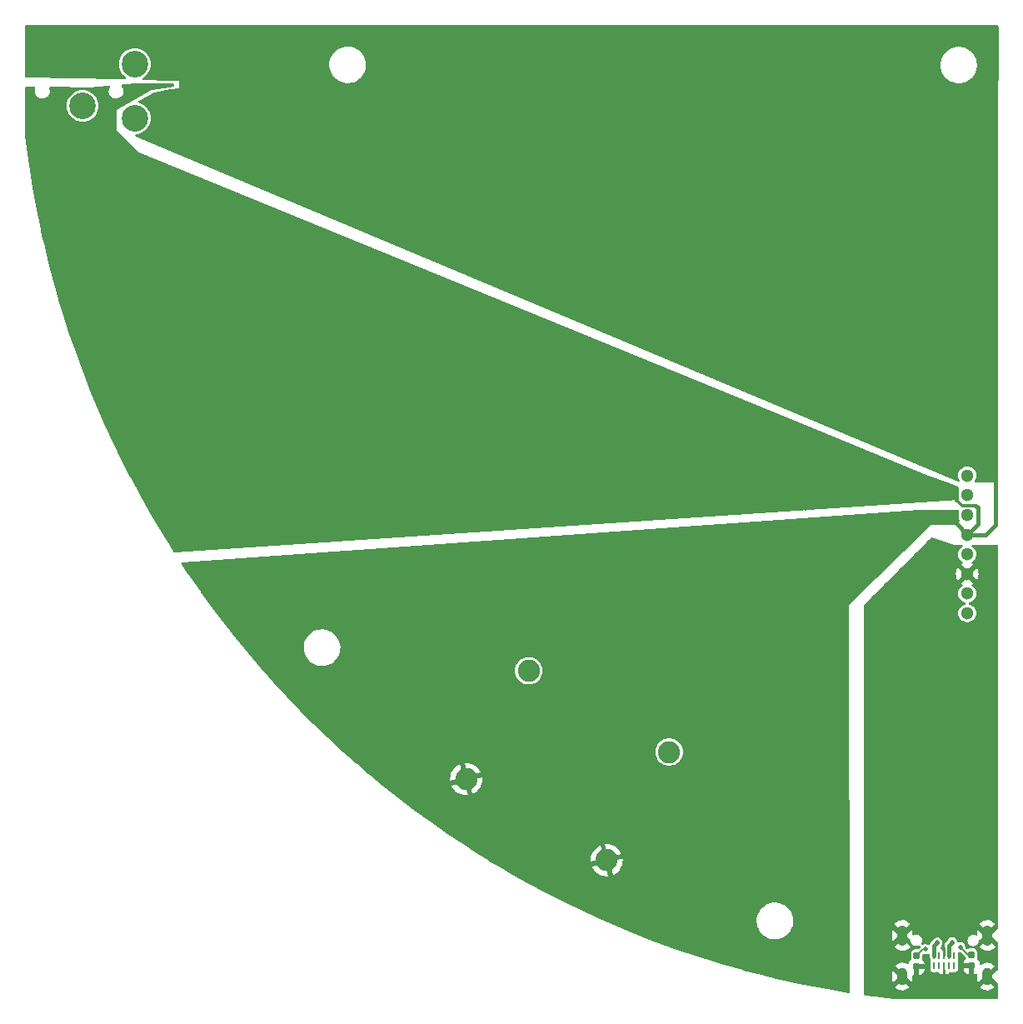
<source format=gbl>
G04 #@! TF.GenerationSoftware,KiCad,Pcbnew,7.0.1*
G04 #@! TF.CreationDate,2023-10-11T18:56:37-05:00*
G04 #@! TF.ProjectId,Audio_Board,41756469-6f5f-4426-9f61-72642e6b6963,1*
G04 #@! TF.SameCoordinates,Original*
G04 #@! TF.FileFunction,Copper,L6,Bot*
G04 #@! TF.FilePolarity,Positive*
%FSLAX46Y46*%
G04 Gerber Fmt 4.6, Leading zero omitted, Abs format (unit mm)*
G04 Created by KiCad (PCBNEW 7.0.1) date 2023-10-11 18:56:37*
%MOMM*%
%LPD*%
G01*
G04 APERTURE LIST*
G04 Aperture macros list*
%AMRoundRect*
0 Rectangle with rounded corners*
0 $1 Rounding radius*
0 $2 $3 $4 $5 $6 $7 $8 $9 X,Y pos of 4 corners*
0 Add a 4 corners polygon primitive as box body*
4,1,4,$2,$3,$4,$5,$6,$7,$8,$9,$2,$3,0*
0 Add four circle primitives for the rounded corners*
1,1,$1+$1,$2,$3*
1,1,$1+$1,$4,$5*
1,1,$1+$1,$6,$7*
1,1,$1+$1,$8,$9*
0 Add four rect primitives between the rounded corners*
20,1,$1+$1,$2,$3,$4,$5,0*
20,1,$1+$1,$4,$5,$6,$7,0*
20,1,$1+$1,$6,$7,$8,$9,0*
20,1,$1+$1,$8,$9,$2,$3,0*%
G04 Aperture macros list end*
G04 #@! TA.AperFunction,ComponentPad*
%ADD10O,1.000000X2.100000*%
G04 #@! TD*
G04 #@! TA.AperFunction,ComponentPad*
%ADD11O,1.000000X1.800000*%
G04 #@! TD*
G04 #@! TA.AperFunction,ComponentPad*
%ADD12C,1.300000*%
G04 #@! TD*
G04 #@! TA.AperFunction,ComponentPad*
%ADD13C,2.250000*%
G04 #@! TD*
G04 #@! TA.AperFunction,ComponentPad*
%ADD14C,2.704000*%
G04 #@! TD*
G04 #@! TA.AperFunction,SMDPad,CuDef*
%ADD15RoundRect,0.155000X0.155000X-0.212500X0.155000X0.212500X-0.155000X0.212500X-0.155000X-0.212500X0*%
G04 #@! TD*
G04 #@! TA.AperFunction,SMDPad,CuDef*
%ADD16R,0.250000X0.725000*%
G04 #@! TD*
G04 #@! TA.AperFunction,SMDPad,CuDef*
%ADD17R,0.250000X0.775000*%
G04 #@! TD*
G04 #@! TA.AperFunction,ViaPad*
%ADD18C,0.500000*%
G04 #@! TD*
G04 #@! TA.AperFunction,Conductor*
%ADD19C,0.400000*%
G04 #@! TD*
G04 #@! TA.AperFunction,Conductor*
%ADD20C,0.300000*%
G04 #@! TD*
G04 #@! TA.AperFunction,Conductor*
%ADD21C,0.250000*%
G04 #@! TD*
G04 #@! TA.AperFunction,Conductor*
%ADD22C,0.130000*%
G04 #@! TD*
G04 APERTURE END LIST*
D10*
X249698954Y-112806000D03*
D11*
X249698954Y-116986000D03*
D10*
X258338954Y-112806000D03*
D11*
X258338954Y-116986000D03*
D12*
X256290335Y-66075000D03*
X256290335Y-68075000D03*
X256290335Y-70075000D03*
X256290335Y-72075000D03*
X256290335Y-74075000D03*
X256290335Y-76075000D03*
X256290335Y-78075000D03*
X256290335Y-80075000D03*
D13*
X211717126Y-85918503D03*
X226006545Y-94168503D03*
X205367126Y-96917026D03*
X219656545Y-105167026D03*
D14*
X171688954Y-29759000D03*
X166388954Y-28509000D03*
X171688954Y-24259000D03*
D15*
X256747535Y-115882000D03*
X256747535Y-114747000D03*
X251159535Y-115983600D03*
X251159535Y-114848600D03*
D16*
X252944135Y-114874000D03*
X253444135Y-114874000D03*
X253944135Y-114874000D03*
X254444135Y-114874000D03*
X254944135Y-114874000D03*
D17*
X254944135Y-115874000D03*
X254444135Y-115874000D03*
X253944135Y-115874000D03*
X253444135Y-115874000D03*
X252944135Y-115874000D03*
D18*
X253267735Y-113527800D03*
X254768954Y-113502400D03*
X172673535Y-67249000D03*
X183849535Y-77917000D03*
X241253535Y-77663000D03*
X249635535Y-75631000D03*
X250041935Y-111089400D03*
X205388735Y-36210200D03*
X257560335Y-34483000D03*
X203153535Y-69027000D03*
X171403535Y-56073000D03*
X235411535Y-73345000D03*
X187913535Y-85029000D03*
X245723935Y-22341800D03*
X226775535Y-77155000D03*
X169879535Y-52771000D03*
X163935935Y-20716200D03*
X197311535Y-75631000D03*
X250143535Y-81727000D03*
X236935535Y-80203000D03*
X240745535Y-62423000D03*
X218139535Y-98999000D03*
X195076335Y-28590200D03*
X252683535Y-28285400D03*
X251159535Y-66487000D03*
X183087535Y-55311000D03*
X246079535Y-98491000D03*
X232363535Y-98491000D03*
X178820335Y-22443400D03*
X236884735Y-21833800D03*
X213313535Y-51755000D03*
X208741535Y-89093000D03*
X202848735Y-62626200D03*
X202086735Y-25085000D03*
X238865935Y-31485800D03*
X174959535Y-58867000D03*
X190453535Y-69281000D03*
X249127535Y-118811000D03*
X220882735Y-39918600D03*
X243793535Y-84521000D03*
X219663535Y-56936600D03*
X212805535Y-21427400D03*
X210163935Y-45557400D03*
X217225135Y-33568600D03*
X189437535Y-72532200D03*
X251819935Y-21783000D03*
X187151535Y-64709000D03*
X246079535Y-84013000D03*
X187151535Y-55057000D03*
X198022735Y-54549000D03*
X250143535Y-84013000D03*
X186999135Y-21376600D03*
X256747535Y-105095000D03*
X171403535Y-36261000D03*
X184611535Y-50993000D03*
X213567535Y-48453000D03*
X254207535Y-76901000D03*
X256747535Y-94427000D03*
X177804335Y-30114200D03*
X179277535Y-45913000D03*
X256747535Y-99761000D03*
X175010335Y-30012600D03*
X231296735Y-47691000D03*
X259033535Y-118811000D03*
X259033535Y-84267000D03*
X259033535Y-93157000D03*
X199597535Y-65471000D03*
X221492335Y-35702200D03*
X194314335Y-39207400D03*
X215091535Y-102555000D03*
X193958735Y-47487800D03*
X226572335Y-47589400D03*
X246079535Y-100269000D03*
X189894735Y-35651400D03*
X188673535Y-24715000D03*
X241913935Y-37581800D03*
X220831935Y-44541400D03*
X203915535Y-101539000D03*
X230331535Y-111445000D03*
X205744335Y-43423800D03*
X163021535Y-41087000D03*
X246841535Y-78425000D03*
X243793535Y-93919000D03*
X183646335Y-28590200D03*
X197921135Y-35600600D03*
X181563535Y-68773000D03*
X179277535Y-50485000D03*
X243793535Y-115255000D03*
X247705135Y-44998600D03*
X241151935Y-26202600D03*
X259033535Y-80711000D03*
X231601535Y-86045000D03*
X163529535Y-31689000D03*
X206303135Y-24678600D03*
X250143535Y-95443000D03*
X234395535Y-75885000D03*
X239983535Y-89347000D03*
X256747535Y-87315000D03*
X188523135Y-46573400D03*
X257458735Y-26863000D03*
X227029535Y-103063000D03*
X186084735Y-32603400D03*
X194415935Y-32705000D03*
X215599535Y-42611000D03*
X245622335Y-25796200D03*
X250143535Y-91379000D03*
X184662335Y-25237400D03*
X239221535Y-107889000D03*
X214177135Y-61254600D03*
X202391535Y-95697000D03*
X240542335Y-53329800D03*
X214532735Y-55768200D03*
X258322335Y-55107800D03*
X229569535Y-88585000D03*
X194009535Y-72227400D03*
X180801535Y-65471000D03*
X241151935Y-47030600D03*
X209554335Y-21325800D03*
X224997535Y-85283000D03*
X250143535Y-98999000D03*
X226521535Y-57343000D03*
X250143535Y-102809000D03*
X203407535Y-74869000D03*
X179023535Y-27421800D03*
X210163935Y-28793400D03*
X257458735Y-64353400D03*
X208690735Y-58511400D03*
X246079535Y-85791000D03*
X243793535Y-89093000D03*
X228299535Y-98237000D03*
X174959535Y-32298600D03*
X246079535Y-91379000D03*
X243793535Y-80711000D03*
X217885535Y-108905000D03*
X194263535Y-35397400D03*
X225505535Y-88585000D03*
X246790735Y-70449400D03*
X216361535Y-53025000D03*
X196295535Y-44643000D03*
X239881935Y-69382600D03*
X244555535Y-65877400D03*
X173689535Y-46929000D03*
X218799935Y-21173400D03*
X242929935Y-30469800D03*
X234395535Y-103825000D03*
X259033535Y-91379000D03*
X242777535Y-59883000D03*
X205185535Y-93919000D03*
X246079535Y-96713000D03*
X255223535Y-118811000D03*
X247095535Y-64963000D03*
X163783535Y-45659000D03*
X211484735Y-32857400D03*
X243793535Y-110175000D03*
X198327535Y-32806600D03*
X254461535Y-60695800D03*
X246079535Y-94935000D03*
X243793535Y-99253000D03*
X185627535Y-69281000D03*
X250143535Y-89093000D03*
X178617135Y-33314600D03*
X203661535Y-47691000D03*
X227385135Y-39309000D03*
X200207135Y-28793400D03*
X256747535Y-89093000D03*
X235919535Y-94173000D03*
X259033535Y-109159000D03*
X245063535Y-74361000D03*
X210265535Y-91633000D03*
X253801135Y-114137400D03*
X253902735Y-49316600D03*
X165307535Y-48961000D03*
X211789535Y-89093000D03*
X233633535Y-109159000D03*
X209503535Y-78425000D03*
X259033535Y-77155000D03*
X176737535Y-62931000D03*
X192739535Y-77917000D03*
X202848735Y-57495400D03*
X249838735Y-23611800D03*
X231855535Y-115001000D03*
X236427535Y-88839000D03*
X210671935Y-40579000D03*
X243793535Y-104333000D03*
X208233535Y-85283000D03*
X252429535Y-72837000D03*
X251921535Y-78171000D03*
X204220335Y-51043800D03*
X259033535Y-75377000D03*
X233227135Y-69789000D03*
X226267535Y-74107000D03*
X195279535Y-61915000D03*
X237799135Y-38242200D03*
X194314335Y-51043800D03*
X198327535Y-92649000D03*
X192739535Y-58867000D03*
X259033535Y-94935000D03*
X231804735Y-65674200D03*
X177347135Y-26913800D03*
X246079535Y-109159000D03*
X199597535Y-46421000D03*
X244047535Y-63947000D03*
X175467535Y-40325000D03*
X231550735Y-52263000D03*
X230839535Y-105349000D03*
X216107535Y-89855000D03*
X246333535Y-112207000D03*
X234293935Y-32705000D03*
X251413535Y-117541000D03*
X250143535Y-100777000D03*
X239475535Y-101793000D03*
X198632335Y-49316600D03*
X168609535Y-57851000D03*
X196041535Y-94681000D03*
X211027535Y-50485000D03*
X203915535Y-91633000D03*
X161192735Y-21376600D03*
X257458735Y-42204600D03*
X246079535Y-105603000D03*
X165155135Y-24018200D03*
X257103135Y-110987800D03*
X193673535Y-82235000D03*
X256747535Y-85537000D03*
X229975935Y-30469800D03*
X256747535Y-118811000D03*
X256747535Y-83759000D03*
X251159535Y-74107000D03*
X225302335Y-58816200D03*
X226927935Y-32146200D03*
X223930735Y-63185000D03*
X246079535Y-103825000D03*
X252632735Y-43830200D03*
X246993935Y-49519800D03*
X215091535Y-75123000D03*
X246079535Y-87823000D03*
X202696335Y-71567000D03*
X176229535Y-42611000D03*
X222203535Y-107127000D03*
X188675535Y-28590200D03*
X248213135Y-36362600D03*
X256747535Y-92649000D03*
X223219535Y-55565000D03*
X168609535Y-27371000D03*
X228807535Y-63032600D03*
X195279535Y-69027000D03*
X256747535Y-117033000D03*
X226775535Y-107889000D03*
X176178735Y-73040200D03*
X221187535Y-76901000D03*
X217631535Y-95697000D03*
X222711535Y-100269000D03*
X205033135Y-28387000D03*
X226877135Y-43373000D03*
X200613535Y-69281000D03*
X162767535Y-28895000D03*
X250143535Y-105095000D03*
X233379535Y-81981000D03*
X211027535Y-101539000D03*
X224235535Y-111953000D03*
X197311535Y-85029000D03*
X170285935Y-21224200D03*
X175162735Y-23459400D03*
X167491935Y-21630600D03*
X167339535Y-36769000D03*
X236935535Y-116271000D03*
X225911935Y-65826600D03*
X201121535Y-42306200D03*
X216463135Y-28488600D03*
X247349535Y-118557000D03*
X225657935Y-70265000D03*
X247400335Y-29301400D03*
X250143535Y-93411000D03*
X179785535Y-77155000D03*
X219917535Y-85283000D03*
X175213535Y-55311000D03*
X239475535Y-112969000D03*
X259033535Y-89601000D03*
X213821535Y-82743000D03*
X219917535Y-110429000D03*
X246587535Y-61661000D03*
X216412335Y-36718200D03*
X197006735Y-24475400D03*
X211535535Y-82743000D03*
X168101535Y-24831000D03*
X219155535Y-50485000D03*
X171149535Y-42611000D03*
X246079535Y-107381000D03*
X258271535Y-115001000D03*
X205490335Y-40172600D03*
X213313535Y-77663000D03*
X167593535Y-41087000D03*
X250143535Y-86299000D03*
X240643935Y-66080600D03*
X203864735Y-21224200D03*
X250143535Y-97475000D03*
X259033535Y-96713000D03*
X246231935Y-59171800D03*
X210773535Y-98491000D03*
X259033535Y-102047000D03*
X184001935Y-72481400D03*
X246079535Y-80457000D03*
X179277535Y-37023000D03*
X240237535Y-95189000D03*
X242015535Y-72329000D03*
X259033535Y-73599000D03*
X201883535Y-88839000D03*
X221492335Y-48300600D03*
X218901535Y-73345000D03*
X240745535Y-84775000D03*
X220425535Y-54549000D03*
X256747535Y-90871000D03*
X201019935Y-39004200D03*
X222965535Y-87315000D03*
X201223135Y-35651400D03*
X253445535Y-118811000D03*
X246079535Y-102047000D03*
X219155535Y-80203000D03*
X214024735Y-65420200D03*
X192485535Y-88331000D03*
X185271935Y-35651400D03*
X237595935Y-63947000D03*
X167085535Y-53533000D03*
X190402735Y-32755800D03*
X210773535Y-105603000D03*
X211789535Y-24831000D03*
X203153535Y-83251000D03*
X233074735Y-61610200D03*
X187913535Y-79949000D03*
X251819935Y-56123800D03*
X217479135Y-25491400D03*
X201934335Y-32806600D03*
X236071935Y-65877400D03*
X259033535Y-105603000D03*
X211332335Y-36413400D03*
X230585535Y-58613000D03*
X259033535Y-86045000D03*
X222203535Y-94427000D03*
X170387535Y-62169000D03*
X167847535Y-45405000D03*
X175975535Y-68773000D03*
X236021135Y-26863000D03*
X203661535Y-78933000D03*
X202137535Y-98745000D03*
X218901535Y-64455000D03*
X259033535Y-103825000D03*
X219663535Y-92141000D03*
X259033535Y-87823000D03*
X259033535Y-82489000D03*
X210011535Y-74615000D03*
X256747535Y-101539000D03*
X251413535Y-118811000D03*
X232211135Y-37175400D03*
X222813135Y-26202600D03*
X259033535Y-100269000D03*
X235767135Y-49113400D03*
X198835535Y-20970200D03*
X168609535Y-49469000D03*
X259033535Y-107381000D03*
X259033535Y-110937000D03*
X215599535Y-107381000D03*
X228299535Y-54041000D03*
X206709535Y-87315000D03*
X181055535Y-58867000D03*
X182985935Y-21122600D03*
X228045535Y-112715000D03*
X161548335Y-24780200D03*
X230077535Y-91633000D03*
X162005535Y-35499000D03*
X232363535Y-23002200D03*
X194517535Y-65471000D03*
X224489535Y-81473000D03*
X187659535Y-61407000D03*
X207217535Y-100269000D03*
X217885535Y-83505000D03*
X209655935Y-53126600D03*
X190199535Y-38242200D03*
X207725535Y-92649000D03*
X256747535Y-96205000D03*
X206252335Y-32806600D03*
X242218735Y-57089000D03*
X248111535Y-77155000D03*
X249889535Y-63439000D03*
X208690735Y-62677000D03*
X193704735Y-20817800D03*
X189691535Y-42611000D03*
X246079535Y-93157000D03*
X256747535Y-48554600D03*
X197057535Y-79949000D03*
X236427535Y-60899000D03*
X259033535Y-78933000D03*
X238459535Y-58105000D03*
X256747535Y-97983000D03*
X219053935Y-61051400D03*
X252175535Y-36210200D03*
X259033535Y-98491000D03*
X228299535Y-26659800D03*
X216107535Y-46522600D03*
X256747535Y-103317000D03*
X168101535Y-33213000D03*
X175975535Y-20970200D03*
X213059535Y-96205000D03*
X250397535Y-79949000D03*
X173943535Y-50739000D03*
X236529135Y-53787000D03*
X197971935Y-40375800D03*
X184103535Y-39817000D03*
X206963535Y-49215000D03*
X219511135Y-70703400D03*
X246079535Y-89601000D03*
X179785535Y-71109800D03*
X250143535Y-107127000D03*
X223473535Y-52263000D03*
X257923535Y-22465000D03*
X236173535Y-98491000D03*
X246587535Y-115001000D03*
X234141535Y-56581000D03*
X226318335Y-22545000D03*
X210316335Y-71363800D03*
X246079535Y-82235000D03*
X252048535Y-114213600D03*
X255579135Y-113985000D03*
D19*
X253267735Y-113527800D02*
X252944135Y-113851400D01*
X252944135Y-113851400D02*
X252944135Y-114874000D01*
X254768954Y-113502400D02*
X254444135Y-113827219D01*
X254444135Y-113827219D02*
X254444135Y-114874000D01*
X256290335Y-72075000D02*
X257357135Y-71008200D01*
X256290335Y-72075000D02*
X255172735Y-70957400D01*
D20*
X257160335Y-69135000D02*
X255788735Y-69135000D01*
X255788735Y-69135000D02*
X255223535Y-68569800D01*
D19*
X258169935Y-72075000D02*
X259185935Y-71059000D01*
D21*
X253944135Y-114874000D02*
X253944135Y-114280400D01*
D19*
X257357135Y-71008200D02*
X257357135Y-69331800D01*
X257357135Y-69331800D02*
X257160335Y-69135000D01*
X255172735Y-70957400D02*
X255172735Y-69789000D01*
X256290335Y-72075000D02*
X258169935Y-72075000D01*
D21*
X253944135Y-114280400D02*
X253801135Y-114137400D01*
D19*
X255223535Y-68569800D02*
X255223535Y-67401400D01*
X259185935Y-71059000D02*
X259185935Y-66283800D01*
D22*
X251794535Y-114213600D02*
X251159535Y-114848600D01*
X252048535Y-114213600D02*
X251794535Y-114213600D01*
X256341135Y-114747000D02*
X256747535Y-114747000D01*
X255579135Y-113985000D02*
X256341135Y-114747000D01*
G04 #@! TA.AperFunction,Conductor*
G36*
X174808244Y-26240352D02*
G01*
X175599306Y-26251654D01*
X175660555Y-26268849D01*
X175705216Y-26314153D01*
X175721535Y-26375641D01*
X175721535Y-26445981D01*
X175706922Y-26504380D01*
X175666528Y-26549015D01*
X175609874Y-26569366D01*
X175213530Y-26609000D01*
X173435534Y-26863000D01*
X169879535Y-28894999D01*
X169879535Y-30927000D01*
X172165534Y-33213000D01*
X240067997Y-61020675D01*
X252175535Y-65979000D01*
X254477804Y-66864488D01*
X255398048Y-67218428D01*
X255439712Y-67245002D01*
X255467688Y-67285737D01*
X255477535Y-67334163D01*
X255477535Y-67628585D01*
X255460922Y-67690585D01*
X255453969Y-67702626D01*
X255394826Y-67884652D01*
X255394825Y-67884654D01*
X255394826Y-67884654D01*
X255374820Y-68075000D01*
X255394826Y-68265346D01*
X255394827Y-68265349D01*
X255444197Y-68417298D01*
X255449045Y-68472971D01*
X255428955Y-68525120D01*
X255388008Y-68563151D01*
X255334519Y-68579340D01*
X175744244Y-73888665D01*
X175680178Y-73875669D01*
X175631623Y-73831897D01*
X175228983Y-73204293D01*
X175150370Y-73081757D01*
X175149087Y-73079713D01*
X174834106Y-72566926D01*
X174126482Y-71414917D01*
X174125281Y-71412918D01*
X173135484Y-69728455D01*
X173134289Y-69726376D01*
X172177634Y-68022813D01*
X172176531Y-68020802D01*
X171253411Y-66298837D01*
X171252285Y-66296686D01*
X171138688Y-66074443D01*
X170363052Y-64556975D01*
X170362035Y-64554935D01*
X169507036Y-62798152D01*
X169506002Y-62795972D01*
X168685606Y-61022888D01*
X168684608Y-61020675D01*
X167899081Y-59231870D01*
X167898126Y-59229638D01*
X167147736Y-57425708D01*
X167146826Y-57423457D01*
X166431926Y-55605263D01*
X166431060Y-55602995D01*
X166170176Y-54899341D01*
X165751872Y-53771095D01*
X165751104Y-53768960D01*
X165107893Y-51924063D01*
X165107119Y-51921771D01*
X164865642Y-51182926D01*
X164500146Y-50064624D01*
X164499456Y-50062437D01*
X163928955Y-48193756D01*
X163928308Y-48191560D01*
X163394525Y-46312148D01*
X163393884Y-46309806D01*
X163316307Y-46014808D01*
X162896976Y-44420221D01*
X162896417Y-44418005D01*
X162436604Y-42519083D01*
X162436060Y-42516734D01*
X162254052Y-41695075D01*
X162013535Y-40609281D01*
X162013037Y-40606921D01*
X161627930Y-38691524D01*
X161627475Y-38689140D01*
X161280593Y-36770188D01*
X161279893Y-36765884D01*
X160546101Y-31676746D01*
X160544833Y-31659199D01*
X160541513Y-28508999D01*
X164771468Y-28508999D01*
X164791382Y-28762032D01*
X164850632Y-29008831D01*
X164911883Y-29156702D01*
X164947763Y-29243323D01*
X165080380Y-29459734D01*
X165245219Y-29652735D01*
X165438220Y-29817574D01*
X165654631Y-29950191D01*
X165803926Y-30012031D01*
X165889122Y-30047321D01*
X165967091Y-30066039D01*
X166135923Y-30106572D01*
X166388954Y-30126486D01*
X166641985Y-30106572D01*
X166888785Y-30047321D01*
X167123277Y-29950191D01*
X167339688Y-29817574D01*
X167532689Y-29652735D01*
X167697528Y-29459734D01*
X167830145Y-29243323D01*
X167927275Y-29008831D01*
X167986526Y-28762031D01*
X168006440Y-28509000D01*
X167986526Y-28255969D01*
X167927275Y-28009169D01*
X167830145Y-27774677D01*
X167697528Y-27558266D01*
X167532689Y-27365265D01*
X167339688Y-27200426D01*
X167123277Y-27067809D01*
X167036656Y-27031929D01*
X166888785Y-26970678D01*
X166641986Y-26911428D01*
X166388954Y-26891514D01*
X166135921Y-26911428D01*
X165889122Y-26970678D01*
X165654629Y-27067810D01*
X165438221Y-27200425D01*
X165245219Y-27365265D01*
X165080379Y-27558267D01*
X164947764Y-27774675D01*
X164850632Y-28009168D01*
X164791382Y-28255967D01*
X164771468Y-28508999D01*
X160541513Y-28508999D01*
X160539595Y-26688997D01*
X160556306Y-26626700D01*
X160602050Y-26581222D01*
X160664443Y-26564873D01*
X161466974Y-26570388D01*
X161522340Y-26583863D01*
X161565836Y-26620679D01*
X161588272Y-26673062D01*
X161584910Y-26729948D01*
X161540859Y-26877091D01*
X161530602Y-27053168D01*
X161546074Y-27140907D01*
X161561231Y-27226866D01*
X161620930Y-27365265D01*
X161631090Y-27388818D01*
X161736415Y-27530294D01*
X161871524Y-27643665D01*
X161871525Y-27643665D01*
X161871527Y-27643667D01*
X162029143Y-27722824D01*
X162029144Y-27722824D01*
X162029146Y-27722825D01*
X162200764Y-27763500D01*
X162200766Y-27763500D01*
X162332892Y-27763500D01*
X162332895Y-27763500D01*
X162464138Y-27748160D01*
X162629878Y-27687836D01*
X162777239Y-27590915D01*
X162898276Y-27462623D01*
X162986464Y-27309876D01*
X163037049Y-27140909D01*
X163047305Y-26964831D01*
X163016677Y-26791134D01*
X163001015Y-26754826D01*
X162991366Y-26694696D01*
X163011509Y-26637220D01*
X163056588Y-26596268D01*
X163115721Y-26581719D01*
X167085535Y-26609000D01*
X169013279Y-26454780D01*
X169078628Y-26467480D01*
X169127992Y-26512149D01*
X169147140Y-26575910D01*
X169130553Y-26640384D01*
X169091444Y-26708123D01*
X169040859Y-26877092D01*
X169030602Y-27053168D01*
X169046074Y-27140907D01*
X169061231Y-27226866D01*
X169120930Y-27365265D01*
X169131090Y-27388818D01*
X169236415Y-27530294D01*
X169371524Y-27643665D01*
X169371525Y-27643665D01*
X169371527Y-27643667D01*
X169529143Y-27722824D01*
X169529144Y-27722824D01*
X169529146Y-27722825D01*
X169700764Y-27763500D01*
X169700766Y-27763500D01*
X169832892Y-27763500D01*
X169832895Y-27763500D01*
X169964138Y-27748160D01*
X170129878Y-27687836D01*
X170277239Y-27590915D01*
X170398276Y-27462623D01*
X170486464Y-27309876D01*
X170537049Y-27140909D01*
X170547305Y-26964831D01*
X170516677Y-26791134D01*
X170446818Y-26629182D01*
X170377539Y-26536124D01*
X170353715Y-26475348D01*
X170364060Y-26410893D01*
X170405707Y-26360624D01*
X170467112Y-26338473D01*
X172159727Y-26203064D01*
X172171365Y-26202683D01*
X174808244Y-26240352D01*
G37*
G04 #@! TD.AperFunction*
G04 #@! TA.AperFunction,Conductor*
G36*
X259405321Y-20317120D02*
G01*
X259450710Y-20362524D01*
X259467308Y-20424540D01*
X259463492Y-31602491D01*
X259451521Y-66656725D01*
X259434680Y-66719076D01*
X259388769Y-66764501D01*
X259326243Y-66780676D01*
X257160648Y-66758351D01*
X257099097Y-66741262D01*
X257054220Y-66695803D01*
X257037926Y-66634038D01*
X257054538Y-66572360D01*
X257126700Y-66447373D01*
X257185844Y-66265346D01*
X257205850Y-66075000D01*
X257185844Y-65884654D01*
X257126700Y-65702627D01*
X257126700Y-65702626D01*
X257031004Y-65536876D01*
X257011361Y-65515061D01*
X256902934Y-65394640D01*
X256843459Y-65351429D01*
X256748094Y-65282141D01*
X256632140Y-65230515D01*
X256573245Y-65204293D01*
X256573244Y-65204292D01*
X256573240Y-65204291D01*
X256386034Y-65164500D01*
X256386032Y-65164500D01*
X256194638Y-65164500D01*
X256194636Y-65164500D01*
X256007425Y-65204292D01*
X255832577Y-65282140D01*
X255677736Y-65394638D01*
X255549667Y-65536873D01*
X255453969Y-65702626D01*
X255394826Y-65884652D01*
X255374820Y-66074999D01*
X255394826Y-66265347D01*
X255453969Y-66447373D01*
X255486089Y-66503006D01*
X255502663Y-66561881D01*
X255489077Y-66621516D01*
X255448637Y-66667403D01*
X255391182Y-66688376D01*
X255330691Y-66679334D01*
X171802382Y-31602491D01*
X171750942Y-31562227D01*
X171727103Y-31501409D01*
X171737479Y-31436914D01*
X171779192Y-31386643D01*
X171840661Y-31364546D01*
X171941985Y-31356572D01*
X172188785Y-31297321D01*
X172423277Y-31200191D01*
X172639688Y-31067574D01*
X172832689Y-30902735D01*
X172997528Y-30709734D01*
X173130145Y-30493323D01*
X173227275Y-30258831D01*
X173286526Y-30012031D01*
X173306440Y-29759000D01*
X173286526Y-29505969D01*
X173227275Y-29259169D01*
X173220711Y-29243323D01*
X173201903Y-29197917D01*
X173130145Y-29024677D01*
X172997528Y-28808266D01*
X172832689Y-28615265D01*
X172639688Y-28450426D01*
X172423277Y-28317809D01*
X172336656Y-28281929D01*
X172188785Y-28220678D01*
X172124866Y-28205333D01*
X172072233Y-28178144D01*
X172038221Y-28129641D01*
X172030591Y-28070895D01*
X172051084Y-28015313D01*
X172095021Y-27975584D01*
X173672880Y-27125967D01*
X173708099Y-27113406D01*
X175255893Y-26813833D01*
X175272920Y-26811748D01*
X176229535Y-26761400D01*
X176229535Y-25948600D01*
X175266145Y-25948600D01*
X175262499Y-25948546D01*
X172582560Y-25869723D01*
X172522253Y-25852012D01*
X172478377Y-25807005D01*
X172462207Y-25746266D01*
X172477898Y-25685401D01*
X172521413Y-25640053D01*
X172639688Y-25567574D01*
X172832689Y-25402735D01*
X172997528Y-25209734D01*
X173130145Y-24993323D01*
X173227275Y-24758831D01*
X173286526Y-24512031D01*
X173295035Y-24403910D01*
X191465314Y-24403910D01*
X191495004Y-24673745D01*
X191499972Y-24692747D01*
X191563667Y-24936384D01*
X191587864Y-24993323D01*
X191669838Y-25186224D01*
X191801971Y-25402734D01*
X191811254Y-25417944D01*
X191984903Y-25626604D01*
X192187081Y-25807757D01*
X192413482Y-25957542D01*
X192454015Y-25976543D01*
X192659273Y-26072765D01*
X192659275Y-26072765D01*
X192659278Y-26072767D01*
X192919232Y-26150975D01*
X193187803Y-26190500D01*
X193391316Y-26190500D01*
X193391319Y-26190500D01*
X193594276Y-26175645D01*
X193705027Y-26150974D01*
X193859244Y-26116621D01*
X194112796Y-26019646D01*
X194349526Y-25886786D01*
X194564388Y-25720875D01*
X194590547Y-25693743D01*
X194695764Y-25584610D01*
X194752804Y-25525447D01*
X194910758Y-25304668D01*
X195034883Y-25063244D01*
X195122533Y-24806320D01*
X195147021Y-24673747D01*
X195171841Y-24539371D01*
X195176097Y-24422910D01*
X253575314Y-24422910D01*
X253605004Y-24692745D01*
X253634695Y-24806315D01*
X253673667Y-24955384D01*
X253689790Y-24993324D01*
X253779838Y-25205224D01*
X253909658Y-25417944D01*
X253921254Y-25436944D01*
X254094903Y-25645604D01*
X254297081Y-25826757D01*
X254523482Y-25976542D01*
X254615431Y-26019646D01*
X254769273Y-26091765D01*
X254769275Y-26091765D01*
X254769278Y-26091767D01*
X255029232Y-26169975D01*
X255297803Y-26209500D01*
X255501316Y-26209500D01*
X255501319Y-26209500D01*
X255704276Y-26194645D01*
X255815027Y-26169974D01*
X255969244Y-26135621D01*
X256222796Y-26038646D01*
X256459526Y-25905786D01*
X256674388Y-25739875D01*
X256862804Y-25544447D01*
X257020758Y-25323668D01*
X257030530Y-25304663D01*
X257144880Y-25082249D01*
X257144883Y-25082244D01*
X257232533Y-24825320D01*
X257236043Y-24806320D01*
X257281841Y-24558371D01*
X257291755Y-24287089D01*
X257262065Y-24017254D01*
X257257098Y-23998254D01*
X257193403Y-23754616D01*
X257087232Y-23504776D01*
X256945816Y-23273056D01*
X256772167Y-23064396D01*
X256569989Y-22883243D01*
X256343588Y-22733458D01*
X256303058Y-22714458D01*
X256097796Y-22618234D01*
X255992932Y-22586685D01*
X255837838Y-22540025D01*
X255569267Y-22500500D01*
X255365754Y-22500500D01*
X255365751Y-22500500D01*
X255162793Y-22515354D01*
X254897827Y-22574378D01*
X254644275Y-22671353D01*
X254407544Y-22804214D01*
X254192680Y-22970125D01*
X254004268Y-23165549D01*
X253846308Y-23386336D01*
X253722189Y-23627750D01*
X253634535Y-23884684D01*
X253585228Y-24151628D01*
X253575314Y-24422910D01*
X195176097Y-24422910D01*
X195181755Y-24268089D01*
X195154156Y-24017254D01*
X195152065Y-23998253D01*
X195083403Y-23735616D01*
X194977232Y-23485776D01*
X194835816Y-23254056D01*
X194662167Y-23045396D01*
X194459989Y-22864243D01*
X194233588Y-22714458D01*
X194233584Y-22714456D01*
X193987796Y-22599234D01*
X193882932Y-22567685D01*
X193727838Y-22521025D01*
X193459267Y-22481500D01*
X193255754Y-22481500D01*
X193255751Y-22481500D01*
X193052793Y-22496354D01*
X192787827Y-22555378D01*
X192534275Y-22652353D01*
X192297544Y-22785214D01*
X192082680Y-22951125D01*
X191894268Y-23146549D01*
X191736308Y-23367336D01*
X191612189Y-23608750D01*
X191524535Y-23865684D01*
X191475228Y-24132628D01*
X191465314Y-24403910D01*
X173295035Y-24403910D01*
X173306440Y-24259000D01*
X173286526Y-24005969D01*
X173227275Y-23759169D01*
X173130145Y-23524677D01*
X172997528Y-23308266D01*
X172832689Y-23115265D01*
X172639688Y-22950426D01*
X172423277Y-22817809D01*
X172336656Y-22781929D01*
X172188785Y-22720678D01*
X171941986Y-22661428D01*
X171688954Y-22641514D01*
X171435921Y-22661428D01*
X171189122Y-22720678D01*
X170954629Y-22817810D01*
X170738221Y-22950425D01*
X170545219Y-23115265D01*
X170380379Y-23308267D01*
X170247764Y-23524675D01*
X170150632Y-23759168D01*
X170091382Y-24005967D01*
X170071468Y-24258999D01*
X170091382Y-24512032D01*
X170150632Y-24758831D01*
X170211883Y-24906702D01*
X170247763Y-24993323D01*
X170380380Y-25209734D01*
X170545219Y-25402735D01*
X170738220Y-25567574D01*
X170761581Y-25581890D01*
X170766020Y-25584610D01*
X170810241Y-25631240D01*
X170825183Y-25693743D01*
X170806832Y-25755331D01*
X170760117Y-25799463D01*
X170697585Y-25814283D01*
X170082741Y-25796199D01*
X160660535Y-25656265D01*
X160599353Y-25639069D01*
X160554726Y-25593822D01*
X160538376Y-25532413D01*
X160532993Y-20424631D01*
X160549563Y-20362575D01*
X160594956Y-20317135D01*
X160656994Y-20300500D01*
X259343309Y-20300500D01*
X259405321Y-20317120D01*
G37*
G04 #@! TD.AperFunction*
G04 #@! TA.AperFunction,Conductor*
G36*
X255394059Y-69548515D02*
G01*
X255438082Y-69586115D01*
X255460237Y-69639602D01*
X255455695Y-69697318D01*
X255394826Y-69884652D01*
X255374820Y-70075000D01*
X255394826Y-70265347D01*
X255453968Y-70447370D01*
X255453970Y-70447373D01*
X255477798Y-70488644D01*
X255494342Y-70554775D01*
X255481531Y-70939131D01*
X255463584Y-70999370D01*
X255418404Y-71043069D01*
X255357600Y-71059000D01*
X252683535Y-71059000D01*
X244301534Y-79186999D01*
X244371506Y-118525044D01*
X244360167Y-118577068D01*
X244328055Y-118619541D01*
X244281091Y-118644630D01*
X244227935Y-118647711D01*
X243034838Y-118457016D01*
X243032445Y-118456609D01*
X241109670Y-118110556D01*
X241107285Y-118110103D01*
X239191596Y-117726462D01*
X239189220Y-117725962D01*
X237281387Y-117304884D01*
X237279022Y-117304337D01*
X235379908Y-116846015D01*
X235377553Y-116845423D01*
X233487644Y-116349974D01*
X233485302Y-116349335D01*
X231605548Y-115817008D01*
X231603219Y-115816324D01*
X229734201Y-115247284D01*
X229731885Y-115246554D01*
X227874369Y-114641032D01*
X227872069Y-114640257D01*
X226026776Y-113998491D01*
X226024491Y-113997671D01*
X224192148Y-113319912D01*
X224189879Y-113319048D01*
X222371078Y-112605515D01*
X222368827Y-112604606D01*
X220564386Y-111855621D01*
X220562153Y-111854668D01*
X219510728Y-111393910D01*
X234895314Y-111393910D01*
X234925004Y-111663745D01*
X234925005Y-111663747D01*
X234993667Y-111926384D01*
X235099838Y-112176224D01*
X235241254Y-112407944D01*
X235414903Y-112616604D01*
X235617081Y-112797757D01*
X235843482Y-112947542D01*
X235938106Y-112991900D01*
X236089273Y-113062765D01*
X236089275Y-113062765D01*
X236089278Y-113062767D01*
X236349232Y-113140975D01*
X236617803Y-113180500D01*
X236821316Y-113180500D01*
X236821319Y-113180500D01*
X237024276Y-113165645D01*
X237148279Y-113138022D01*
X237289244Y-113106621D01*
X237542796Y-113009646D01*
X237779526Y-112876786D01*
X237994388Y-112710875D01*
X238182804Y-112515447D01*
X238340758Y-112294668D01*
X238464883Y-112053244D01*
X238552533Y-111796320D01*
X238577021Y-111663747D01*
X238601841Y-111529371D01*
X238611755Y-111258089D01*
X238582065Y-110988254D01*
X238582065Y-110988253D01*
X238513403Y-110725616D01*
X238407232Y-110475776D01*
X238265816Y-110244056D01*
X238092167Y-110035396D01*
X237889989Y-109854243D01*
X237663588Y-109704458D01*
X237663584Y-109704456D01*
X237417796Y-109589234D01*
X237312932Y-109557685D01*
X237157838Y-109511025D01*
X236889267Y-109471500D01*
X236685754Y-109471500D01*
X236685751Y-109471500D01*
X236482793Y-109486354D01*
X236217827Y-109545378D01*
X235964275Y-109642353D01*
X235727544Y-109775214D01*
X235512680Y-109941125D01*
X235324268Y-110136549D01*
X235166308Y-110357336D01*
X235042189Y-110598750D01*
X234954535Y-110855684D01*
X234905228Y-111122628D01*
X234895314Y-111393910D01*
X219510728Y-111393910D01*
X218772747Y-111070510D01*
X218770533Y-111069514D01*
X216996802Y-110250465D01*
X216994608Y-110249426D01*
X215545171Y-109545378D01*
X215237225Y-109395796D01*
X215235104Y-109394741D01*
X213494712Y-108506838D01*
X213492561Y-108505713D01*
X211770031Y-107583987D01*
X211767901Y-107582821D01*
X210063644Y-106627490D01*
X210061538Y-106626282D01*
X208694136Y-105824198D01*
X218169867Y-105824198D01*
X218204183Y-105907043D01*
X218337826Y-106125129D01*
X218503943Y-106319627D01*
X218698441Y-106485744D01*
X218916527Y-106619387D01*
X219152839Y-106717272D01*
X219401551Y-106776982D01*
X219656544Y-106797050D01*
X219830813Y-106783334D01*
X219479767Y-105473212D01*
X218169867Y-105824198D01*
X208694136Y-105824198D01*
X208376363Y-105637800D01*
X208374307Y-105636568D01*
X207896867Y-105343802D01*
X219962731Y-105343802D01*
X220313716Y-106653702D01*
X220396563Y-106619387D01*
X220614648Y-106485744D01*
X220809146Y-106319627D01*
X220975263Y-106125129D01*
X221108906Y-105907043D01*
X221206791Y-105670731D01*
X221266501Y-105422019D01*
X221286569Y-105167026D01*
X221272853Y-104992756D01*
X219962731Y-105343802D01*
X207896867Y-105343802D01*
X207608581Y-105167025D01*
X218026520Y-105167025D01*
X218040235Y-105341294D01*
X219350357Y-104990248D01*
X218999371Y-103680348D01*
X218916525Y-103714665D01*
X218698441Y-103848307D01*
X218503943Y-104014424D01*
X218337826Y-104208922D01*
X218204183Y-104427008D01*
X218106298Y-104663320D01*
X218046588Y-104912032D01*
X218026520Y-105167025D01*
X207608581Y-105167025D01*
X206708751Y-104615249D01*
X206706696Y-104613960D01*
X205061500Y-103560258D01*
X205059469Y-103558929D01*
X205047182Y-103550716D01*
X219482275Y-103550716D01*
X219833321Y-104860838D01*
X221143221Y-104509853D01*
X221108905Y-104427005D01*
X220975263Y-104208922D01*
X220809146Y-104014424D01*
X220614648Y-103848307D01*
X220396562Y-103714664D01*
X220160250Y-103616779D01*
X219911538Y-103557069D01*
X219656545Y-103537001D01*
X219482275Y-103550716D01*
X205047182Y-103550716D01*
X203435204Y-102473211D01*
X203433199Y-102471842D01*
X201830513Y-101354543D01*
X201828535Y-101353135D01*
X200248040Y-100204678D01*
X200246090Y-100203232D01*
X198688357Y-99024035D01*
X198686436Y-99022551D01*
X197152059Y-97813061D01*
X197150226Y-97811586D01*
X196860908Y-97574198D01*
X203880448Y-97574198D01*
X203914764Y-97657043D01*
X204048407Y-97875129D01*
X204214524Y-98069627D01*
X204409022Y-98235744D01*
X204627108Y-98369387D01*
X204863420Y-98467272D01*
X205112132Y-98526982D01*
X205367125Y-98547050D01*
X205541394Y-98533334D01*
X205190348Y-97223212D01*
X203880448Y-97574198D01*
X196860908Y-97574198D01*
X196275422Y-97093802D01*
X205673312Y-97093802D01*
X206024297Y-98403702D01*
X206107144Y-98369387D01*
X206325229Y-98235744D01*
X206519727Y-98069627D01*
X206685844Y-97875129D01*
X206819487Y-97657043D01*
X206917372Y-97420731D01*
X206977082Y-97172019D01*
X206997150Y-96917026D01*
X206983434Y-96742756D01*
X205673312Y-97093802D01*
X196275422Y-97093802D01*
X196059974Y-96917025D01*
X203737101Y-96917025D01*
X203750816Y-97091294D01*
X205060938Y-96740248D01*
X204709952Y-95430348D01*
X204627106Y-95464665D01*
X204409022Y-95598307D01*
X204214524Y-95764424D01*
X204048407Y-95958922D01*
X203914764Y-96177008D01*
X203816879Y-96413320D01*
X203757169Y-96662032D01*
X203737101Y-96917025D01*
X196059974Y-96917025D01*
X195639843Y-96572304D01*
X195637996Y-96570759D01*
X195438953Y-96400815D01*
X194302318Y-95430348D01*
X194152158Y-95302140D01*
X194150523Y-95300716D01*
X205192856Y-95300716D01*
X205543902Y-96610838D01*
X206853802Y-96259853D01*
X206819486Y-96177005D01*
X206685844Y-95958922D01*
X206519727Y-95764424D01*
X206325229Y-95598307D01*
X206107143Y-95464664D01*
X205870831Y-95366779D01*
X205622119Y-95307069D01*
X205367126Y-95287001D01*
X205192856Y-95300716D01*
X194150523Y-95300716D01*
X194150328Y-95300546D01*
X193384058Y-94619916D01*
X192875846Y-94168502D01*
X224616296Y-94168502D01*
X224635257Y-94397325D01*
X224635257Y-94397328D01*
X224635258Y-94397330D01*
X224691624Y-94619916D01*
X224783858Y-94830188D01*
X224909444Y-95022411D01*
X225064956Y-95191342D01*
X225246151Y-95332372D01*
X225448089Y-95441655D01*
X225552140Y-95477376D01*
X225665255Y-95516209D01*
X225665257Y-95516209D01*
X225665259Y-95516210D01*
X225891739Y-95554003D01*
X226121350Y-95554003D01*
X226121351Y-95554003D01*
X226347831Y-95516210D01*
X226565001Y-95441655D01*
X226766939Y-95332372D01*
X226948134Y-95191342D01*
X227103646Y-95022411D01*
X227229232Y-94830188D01*
X227321466Y-94619916D01*
X227377832Y-94397330D01*
X227396793Y-94168503D01*
X227377832Y-93939676D01*
X227321466Y-93717090D01*
X227229232Y-93506818D01*
X227103646Y-93314595D01*
X226948134Y-93145664D01*
X226766939Y-93004634D01*
X226565001Y-92895351D01*
X226565000Y-92895350D01*
X226564999Y-92895350D01*
X226347834Y-92820796D01*
X226177970Y-92792451D01*
X226121351Y-92783003D01*
X225891739Y-92783003D01*
X225846443Y-92790561D01*
X225665255Y-92820796D01*
X225448090Y-92895350D01*
X225337165Y-92955379D01*
X225246151Y-93004634D01*
X225246149Y-93004635D01*
X225246148Y-93004636D01*
X225064959Y-93145661D01*
X224909445Y-93314594D01*
X224783857Y-93506820D01*
X224691625Y-93717088D01*
X224635257Y-93939680D01*
X224616296Y-94168502D01*
X192875846Y-94168502D01*
X192689639Y-94003106D01*
X192687861Y-94001496D01*
X192620948Y-93939676D01*
X191761526Y-93145664D01*
X191252829Y-92675684D01*
X191251062Y-92674019D01*
X189842287Y-91320393D01*
X189840553Y-91318694D01*
X188458491Y-89937688D01*
X188456856Y-89936022D01*
X187102119Y-88528247D01*
X187100453Y-88526481D01*
X185773593Y-87092516D01*
X185771961Y-87090718D01*
X184729149Y-85918502D01*
X210326877Y-85918502D01*
X210345838Y-86147325D01*
X210345838Y-86147328D01*
X210345839Y-86147330D01*
X210402205Y-86369916D01*
X210494439Y-86580188D01*
X210620025Y-86772411D01*
X210775537Y-86941342D01*
X210956732Y-87082372D01*
X211158670Y-87191655D01*
X211262721Y-87227376D01*
X211375836Y-87266209D01*
X211375838Y-87266209D01*
X211375840Y-87266210D01*
X211602320Y-87304003D01*
X211831931Y-87304003D01*
X211831932Y-87304003D01*
X212058412Y-87266210D01*
X212275582Y-87191655D01*
X212477520Y-87082372D01*
X212658715Y-86941342D01*
X212814227Y-86772411D01*
X212939813Y-86580188D01*
X213032047Y-86369916D01*
X213088413Y-86147330D01*
X213107374Y-85918503D01*
X213088413Y-85689676D01*
X213032047Y-85467090D01*
X212939813Y-85256818D01*
X212814227Y-85064595D01*
X212658715Y-84895664D01*
X212477520Y-84754634D01*
X212275582Y-84645351D01*
X212275581Y-84645350D01*
X212275580Y-84645350D01*
X212058415Y-84570796D01*
X211888551Y-84542451D01*
X211831932Y-84533003D01*
X211602320Y-84533003D01*
X211557023Y-84540561D01*
X211375836Y-84570796D01*
X211158671Y-84645350D01*
X211047746Y-84705379D01*
X210956732Y-84754634D01*
X210956730Y-84754635D01*
X210956729Y-84754636D01*
X210775540Y-84895661D01*
X210775537Y-84895663D01*
X210775537Y-84895664D01*
X210620025Y-85064595D01*
X210539699Y-85187543D01*
X210494438Y-85256820D01*
X210402206Y-85467088D01*
X210345838Y-85689680D01*
X210326877Y-85918502D01*
X184729149Y-85918502D01*
X184473377Y-85630991D01*
X184471782Y-85629162D01*
X183202052Y-84144324D01*
X183200492Y-84142463D01*
X182782569Y-83633911D01*
X182782568Y-83633910D01*
X188865314Y-83633910D01*
X188895004Y-83903745D01*
X188963667Y-84166383D01*
X189069838Y-84416224D01*
X189209671Y-84645351D01*
X189211254Y-84647944D01*
X189384903Y-84856604D01*
X189587081Y-85037757D01*
X189813482Y-85187542D01*
X189945961Y-85249646D01*
X190059273Y-85302765D01*
X190059275Y-85302765D01*
X190059278Y-85302767D01*
X190319232Y-85380975D01*
X190587803Y-85420500D01*
X190791316Y-85420500D01*
X190791319Y-85420500D01*
X190994276Y-85405645D01*
X191105027Y-85380974D01*
X191259244Y-85346621D01*
X191512796Y-85249646D01*
X191749526Y-85116786D01*
X191964388Y-84950875D01*
X192152804Y-84755447D01*
X192310758Y-84534668D01*
X192434883Y-84293244D01*
X192522533Y-84036320D01*
X192547021Y-83903747D01*
X192571841Y-83769371D01*
X192581755Y-83498089D01*
X192552065Y-83228254D01*
X192552065Y-83228253D01*
X192483403Y-82965616D01*
X192377232Y-82715776D01*
X192235816Y-82484056D01*
X192062167Y-82275396D01*
X191859989Y-82094243D01*
X191633588Y-81944458D01*
X191633584Y-81944456D01*
X191387796Y-81829234D01*
X191282932Y-81797685D01*
X191127838Y-81751025D01*
X190859267Y-81711500D01*
X190655754Y-81711500D01*
X190655751Y-81711500D01*
X190452793Y-81726354D01*
X190187827Y-81785378D01*
X189934275Y-81882353D01*
X189697544Y-82015214D01*
X189482680Y-82181125D01*
X189294268Y-82376549D01*
X189136308Y-82597336D01*
X189012189Y-82838750D01*
X188924535Y-83095684D01*
X188875228Y-83362628D01*
X188865314Y-83633910D01*
X182782568Y-83633910D01*
X181960046Y-82633017D01*
X181958604Y-82631227D01*
X180747910Y-81097737D01*
X180746424Y-81095816D01*
X179566074Y-79539035D01*
X179564627Y-79537087D01*
X178414919Y-77957413D01*
X178413509Y-77955436D01*
X178364083Y-77884654D01*
X177294983Y-76353605D01*
X177293613Y-76351601D01*
X176977595Y-75879611D01*
X176438796Y-75074885D01*
X176418117Y-75014277D01*
X176430436Y-74951433D01*
X176472468Y-74903116D01*
X176532998Y-74882215D01*
X251409123Y-69535315D01*
X251417956Y-69535000D01*
X255337764Y-69535000D01*
X255394059Y-69548515D01*
G37*
G04 #@! TD.AperFunction*
G04 #@! TA.AperFunction,Conductor*
G36*
X252756237Y-72353234D02*
G01*
X254969535Y-73091000D01*
X255711433Y-73091000D01*
X255776719Y-73109578D01*
X255778119Y-73110445D01*
X255820032Y-73153543D01*
X255836748Y-73211290D01*
X255824338Y-73270112D01*
X255785719Y-73316185D01*
X255677735Y-73394640D01*
X255549667Y-73536873D01*
X255453969Y-73702626D01*
X255394826Y-73884652D01*
X255374820Y-74074999D01*
X255394826Y-74265347D01*
X255453969Y-74447373D01*
X255549665Y-74613123D01*
X255549668Y-74613126D01*
X255677736Y-74755360D01*
X255785720Y-74833815D01*
X255824339Y-74879889D01*
X255836748Y-74938715D01*
X255820028Y-74996463D01*
X255778110Y-75039559D01*
X255673327Y-75104437D01*
X255673326Y-75104438D01*
X256290335Y-75721446D01*
X256290336Y-75721446D01*
X256907342Y-75104438D01*
X256907341Y-75104437D01*
X256802559Y-75039559D01*
X256760641Y-74996463D01*
X256743921Y-74938714D01*
X256756330Y-74879889D01*
X256794949Y-74833815D01*
X256902934Y-74755360D01*
X257031002Y-74613126D01*
X257126700Y-74447373D01*
X257185844Y-74265346D01*
X257205850Y-74075000D01*
X257185844Y-73884654D01*
X257126700Y-73702627D01*
X257126700Y-73702626D01*
X257031004Y-73536876D01*
X257011361Y-73515061D01*
X256902934Y-73394640D01*
X256794949Y-73316184D01*
X256756326Y-73270103D01*
X256743921Y-73211270D01*
X256760652Y-73153517D01*
X256802584Y-73110424D01*
X256803985Y-73109557D01*
X256869237Y-73091000D01*
X259325283Y-73091000D01*
X259387295Y-73107620D01*
X259432684Y-73153024D01*
X259449282Y-73215040D01*
X259443189Y-91060141D01*
X259436030Y-112024110D01*
X259422105Y-112081159D01*
X259383493Y-112125404D01*
X259366351Y-112132154D01*
X258692507Y-112806000D01*
X259397540Y-113511034D01*
X259396192Y-113512381D01*
X259420861Y-113539604D01*
X259435492Y-113598080D01*
X259434593Y-116232689D01*
X259422079Y-116286931D01*
X259387097Y-116330233D01*
X259336697Y-116353868D01*
X259324806Y-116353698D01*
X258692507Y-116986000D01*
X259323350Y-117616844D01*
X259331576Y-117616362D01*
X259384119Y-117639015D01*
X259420897Y-117682848D01*
X259434079Y-117738526D01*
X259433599Y-119143540D01*
X259416972Y-119205522D01*
X259371587Y-119250892D01*
X259309599Y-119267498D01*
X248837191Y-119267498D01*
X248822429Y-119266616D01*
X246903818Y-119036568D01*
X246901410Y-119036256D01*
X245932365Y-118900772D01*
X245877870Y-118879160D01*
X245839393Y-118834929D01*
X245825535Y-118777966D01*
X245825535Y-118070162D01*
X248968343Y-118070162D01*
X249006434Y-118114531D01*
X249167261Y-118239021D01*
X249349854Y-118328586D01*
X249546746Y-118379565D01*
X249749865Y-118389867D01*
X249950899Y-118359069D01*
X250141618Y-118288435D01*
X250314214Y-118180856D01*
X250430098Y-118070697D01*
X250429563Y-118070162D01*
X257608343Y-118070162D01*
X257646434Y-118114531D01*
X257807261Y-118239021D01*
X257989854Y-118328586D01*
X258186746Y-118379565D01*
X258389865Y-118389867D01*
X258590899Y-118359069D01*
X258781618Y-118288435D01*
X258954214Y-118180856D01*
X259070098Y-118070697D01*
X258338954Y-117339553D01*
X257608343Y-118070162D01*
X250429563Y-118070162D01*
X249698954Y-117339553D01*
X248968343Y-118070162D01*
X245825535Y-118070162D01*
X245825535Y-117436710D01*
X248698954Y-117436710D01*
X248714373Y-117588338D01*
X248721224Y-117610175D01*
X248721224Y-117610176D01*
X249345401Y-116986001D01*
X249345401Y-116985999D01*
X248723630Y-116364229D01*
X248698954Y-116484310D01*
X248698954Y-117436710D01*
X245825535Y-117436710D01*
X245825535Y-115901300D01*
X248967807Y-115901300D01*
X250674276Y-117607769D01*
X250698954Y-117487689D01*
X250698954Y-116954556D01*
X250712031Y-116899130D01*
X250748502Y-116855395D01*
X250800677Y-116832574D01*
X250857550Y-116835480D01*
X250901256Y-116848178D01*
X250909535Y-116848830D01*
X250909535Y-116233600D01*
X251409535Y-116233600D01*
X251409535Y-116848830D01*
X251417814Y-116848178D01*
X251576733Y-116802007D01*
X251719180Y-116717764D01*
X251836199Y-116600745D01*
X251920442Y-116458298D01*
X251966612Y-116299382D01*
X251969535Y-116262248D01*
X251969535Y-116233600D01*
X251409535Y-116233600D01*
X250909535Y-116233600D01*
X250909535Y-115857600D01*
X250926148Y-115795600D01*
X250971535Y-115750213D01*
X251033535Y-115733600D01*
X251969535Y-115733600D01*
X251969535Y-115704952D01*
X251966612Y-115667817D01*
X251920442Y-115508901D01*
X251836199Y-115366454D01*
X251751947Y-115282202D01*
X251721697Y-115232839D01*
X251717155Y-115175123D01*
X251730035Y-115093802D01*
X251730035Y-114817777D01*
X251743151Y-114762273D01*
X251779724Y-114718510D01*
X251832018Y-114695747D01*
X251888969Y-114698800D01*
X251975135Y-114724100D01*
X251975136Y-114724100D01*
X252121934Y-114724100D01*
X252262785Y-114682743D01*
X252276475Y-114673944D01*
X252292596Y-114663585D01*
X252355209Y-114643979D01*
X252419062Y-114659068D01*
X252466277Y-114704627D01*
X252483635Y-114767900D01*
X252483635Y-114908513D01*
X252499123Y-115011269D01*
X252546355Y-115109347D01*
X252558635Y-115163148D01*
X252558635Y-115262154D01*
X252562623Y-115282202D01*
X252573584Y-115337310D01*
X252573584Y-115385690D01*
X252562862Y-115439590D01*
X252558636Y-115460844D01*
X252558635Y-115460847D01*
X252558635Y-116287155D01*
X252573749Y-116363140D01*
X252573749Y-116363141D01*
X252573750Y-116363142D01*
X252631325Y-116449310D01*
X252717493Y-116506885D01*
X252755487Y-116514442D01*
X252793480Y-116522000D01*
X252793481Y-116522000D01*
X253094789Y-116522000D01*
X253094791Y-116522000D01*
X253169944Y-116507051D01*
X253218326Y-116507051D01*
X253293479Y-116522000D01*
X253327495Y-116522000D01*
X253382999Y-116535116D01*
X253426762Y-116571689D01*
X253461945Y-116618688D01*
X253577045Y-116704852D01*
X253711759Y-116755097D01*
X253771311Y-116761500D01*
X253819135Y-116761500D01*
X253819135Y-116352152D01*
X253821518Y-116327959D01*
X253822518Y-116322932D01*
X253853080Y-116262953D01*
X253910477Y-116227780D01*
X253977793Y-116227780D01*
X254035190Y-116262953D01*
X254065752Y-116322932D01*
X254066752Y-116327959D01*
X254069135Y-116352152D01*
X254069135Y-116761500D01*
X254116959Y-116761500D01*
X254176510Y-116755097D01*
X254311224Y-116704852D01*
X254426324Y-116618688D01*
X254461508Y-116571689D01*
X254505271Y-116535116D01*
X254560775Y-116522000D01*
X254594791Y-116522000D01*
X254669944Y-116507051D01*
X254718326Y-116507051D01*
X254793479Y-116522000D01*
X254793481Y-116522000D01*
X255094789Y-116522000D01*
X255094790Y-116522000D01*
X255120118Y-116516961D01*
X255170777Y-116506885D01*
X255256945Y-116449310D01*
X255314520Y-116363142D01*
X255329635Y-116287154D01*
X255329635Y-116132000D01*
X255937535Y-116132000D01*
X255937535Y-116160648D01*
X255940457Y-116197782D01*
X255986627Y-116356698D01*
X256070870Y-116499145D01*
X256187889Y-116616164D01*
X256330336Y-116700407D01*
X256489255Y-116746578D01*
X256497535Y-116747230D01*
X256497535Y-116132000D01*
X255937535Y-116132000D01*
X255329635Y-116132000D01*
X255329635Y-115460846D01*
X255318984Y-115407301D01*
X255314686Y-115385691D01*
X255314686Y-115337309D01*
X255329635Y-115262156D01*
X255329635Y-114609437D01*
X255342751Y-114553933D01*
X255379324Y-114510170D01*
X255431617Y-114487407D01*
X255488567Y-114490458D01*
X255505736Y-114495500D01*
X255577947Y-114495500D01*
X255625400Y-114504939D01*
X255665628Y-114531819D01*
X256097085Y-114963276D01*
X256104393Y-114971250D01*
X256121972Y-114992200D01*
X256141091Y-115014984D01*
X256160972Y-115033606D01*
X256180807Y-115086311D01*
X256175287Y-115142353D01*
X256145550Y-115190175D01*
X256070869Y-115264856D01*
X255986627Y-115407301D01*
X255940457Y-115566217D01*
X255937535Y-115603352D01*
X255937535Y-115632000D01*
X256873535Y-115632000D01*
X256935535Y-115648613D01*
X256980922Y-115694000D01*
X256997535Y-115756000D01*
X256997535Y-116747230D01*
X257005814Y-116746578D01*
X257179777Y-116696037D01*
X257180915Y-116699956D01*
X257214003Y-116690773D01*
X257276404Y-116707066D01*
X257322182Y-116752495D01*
X257338954Y-116814769D01*
X257338954Y-117436710D01*
X257354373Y-117588338D01*
X257361224Y-117610175D01*
X257361224Y-117610176D01*
X258338954Y-116632447D01*
X259069562Y-115901837D01*
X259031470Y-115857466D01*
X258870646Y-115732978D01*
X258688053Y-115643413D01*
X258491161Y-115592434D01*
X258288042Y-115582132D01*
X258087008Y-115612930D01*
X257896289Y-115683564D01*
X257747126Y-115776538D01*
X257684676Y-115795266D01*
X257621357Y-115779725D01*
X257574675Y-115734211D01*
X257557535Y-115671306D01*
X257557535Y-115603352D01*
X257554612Y-115566217D01*
X257508442Y-115407301D01*
X257424199Y-115264854D01*
X257339947Y-115180602D01*
X257309697Y-115131239D01*
X257305155Y-115073523D01*
X257318035Y-114992202D01*
X257318035Y-114501798D01*
X257302625Y-114404503D01*
X257261448Y-114323690D01*
X257242871Y-114287231D01*
X257149804Y-114194164D01*
X257130408Y-114184281D01*
X257032531Y-114134409D01*
X256980158Y-114126114D01*
X256917068Y-114096223D01*
X256880125Y-114036986D01*
X256881039Y-113967179D01*
X256886145Y-113959450D01*
X257539055Y-113959450D01*
X257646433Y-114084531D01*
X257807261Y-114209021D01*
X257989854Y-114298586D01*
X258186746Y-114349565D01*
X258389865Y-114359867D01*
X258590899Y-114329069D01*
X258781618Y-114258435D01*
X258954217Y-114150854D01*
X259101624Y-114010732D01*
X259137947Y-113958545D01*
X259137946Y-113958544D01*
X258338954Y-113159553D01*
X257539055Y-113959449D01*
X257539055Y-113959450D01*
X256886145Y-113959450D01*
X256919521Y-113908930D01*
X256983370Y-113880703D01*
X257060234Y-113870584D01*
X257201204Y-113812192D01*
X257322258Y-113719304D01*
X257415146Y-113598250D01*
X257473538Y-113457280D01*
X257489181Y-113338455D01*
X257500908Y-113299797D01*
X257524439Y-113266959D01*
X257985401Y-112806000D01*
X257338954Y-112159552D01*
X257338954Y-112671287D01*
X257324312Y-112729740D01*
X257283845Y-112774389D01*
X257227108Y-112794690D01*
X257167502Y-112785848D01*
X257060234Y-112741416D01*
X256971545Y-112729740D01*
X256946935Y-112726500D01*
X256946934Y-112726500D01*
X256870974Y-112726500D01*
X256870973Y-112726500D01*
X256757673Y-112741416D01*
X256616704Y-112799807D01*
X256495649Y-112892695D01*
X256402761Y-113013750D01*
X256344370Y-113154719D01*
X256324453Y-113305999D01*
X256344370Y-113457280D01*
X256402761Y-113598249D01*
X256495649Y-113719304D01*
X256577345Y-113781991D01*
X256616704Y-113812192D01*
X256757674Y-113870584D01*
X256768895Y-113872061D01*
X256826032Y-113895001D01*
X256865091Y-113942596D01*
X256876443Y-114003110D01*
X256857289Y-114061625D01*
X256812352Y-114103714D01*
X256752709Y-114119000D01*
X256559833Y-114119000D01*
X256462537Y-114134409D01*
X256361515Y-114185883D01*
X256311710Y-114199228D01*
X256260783Y-114191162D01*
X256217540Y-114163079D01*
X256131808Y-114077347D01*
X256101834Y-114028824D01*
X256099465Y-114002352D01*
X256097422Y-114002646D01*
X256073994Y-113839695D01*
X256013667Y-113707599D01*
X256013012Y-113706164D01*
X256013011Y-113706163D01*
X256013011Y-113706162D01*
X255919502Y-113598249D01*
X255916879Y-113595222D01*
X255916878Y-113595221D01*
X255793386Y-113515857D01*
X255652534Y-113474500D01*
X255505736Y-113474500D01*
X255505735Y-113474500D01*
X255427115Y-113497584D01*
X255357245Y-113497584D01*
X255298467Y-113459809D01*
X255269443Y-113396253D01*
X255263813Y-113357095D01*
X255202830Y-113223562D01*
X255106697Y-113112621D01*
X254983205Y-113033257D01*
X254842353Y-112991900D01*
X254695555Y-112991900D01*
X254554702Y-113033257D01*
X254431211Y-113112620D01*
X254335076Y-113223564D01*
X254292702Y-113316349D01*
X254267589Y-113352518D01*
X254141730Y-113478377D01*
X254131364Y-113487641D01*
X254102750Y-113510460D01*
X254069798Y-113558793D01*
X254067115Y-113562575D01*
X254028921Y-113614325D01*
X254026277Y-113619563D01*
X254013231Y-113661855D01*
X253981421Y-113713974D01*
X253972514Y-113719136D01*
X253983635Y-113759111D01*
X253983635Y-113816296D01*
X253983548Y-113820932D01*
X253980884Y-113892136D01*
X253962779Y-113952158D01*
X253917628Y-113995652D01*
X253856971Y-114011500D01*
X253795618Y-114011500D01*
X253740906Y-113998777D01*
X253697422Y-113963220D01*
X253674087Y-113912124D01*
X253675692Y-113855975D01*
X253700872Y-113808255D01*
X253701610Y-113806637D01*
X253701612Y-113806636D01*
X253742417Y-113717286D01*
X253746841Y-113707599D01*
X253779091Y-113669287D01*
X253778461Y-113668373D01*
X253772003Y-113607658D01*
X253783485Y-113527800D01*
X253762594Y-113382496D01*
X253760502Y-113377916D01*
X253701611Y-113248962D01*
X253605478Y-113138021D01*
X253481986Y-113058657D01*
X253341134Y-113017300D01*
X253194336Y-113017300D01*
X253053483Y-113058657D01*
X252929991Y-113138021D01*
X252833858Y-113248963D01*
X252791485Y-113341746D01*
X252766372Y-113377916D01*
X252641726Y-113502561D01*
X252631362Y-113511823D01*
X252602750Y-113534642D01*
X252569798Y-113582974D01*
X252567115Y-113586756D01*
X252528921Y-113638506D01*
X252526276Y-113643745D01*
X252507315Y-113705214D01*
X252505867Y-113709615D01*
X252503183Y-113717286D01*
X252473600Y-113764237D01*
X252426500Y-113793582D01*
X252371316Y-113799445D01*
X252319102Y-113780650D01*
X252262785Y-113744457D01*
X252121934Y-113703100D01*
X251975136Y-113703100D01*
X251834283Y-113744457D01*
X251813520Y-113757801D01*
X251754443Y-113777228D01*
X251693364Y-113765530D01*
X251645646Y-113725650D01*
X251623291Y-113667618D01*
X251631922Y-113606031D01*
X251635143Y-113598252D01*
X251635146Y-113598250D01*
X251693538Y-113457280D01*
X251713454Y-113306000D01*
X251693538Y-113154720D01*
X251635146Y-113013750D01*
X251618380Y-112991900D01*
X251542258Y-112892695D01*
X251421203Y-112799807D01*
X251280234Y-112741416D01*
X251166935Y-112726500D01*
X251166934Y-112726500D01*
X251090974Y-112726500D01*
X251090973Y-112726500D01*
X251066363Y-112729740D01*
X250977674Y-112741416D01*
X250870405Y-112785848D01*
X250810800Y-112794690D01*
X250754063Y-112774389D01*
X250713596Y-112729740D01*
X250698954Y-112671287D01*
X250698954Y-112205291D01*
X250694731Y-112163774D01*
X250052507Y-112806000D01*
X250513468Y-113266961D01*
X250536999Y-113299798D01*
X250548726Y-113338456D01*
X250564370Y-113457280D01*
X250622761Y-113598249D01*
X250715649Y-113719304D01*
X250797345Y-113781991D01*
X250836704Y-113812192D01*
X250977674Y-113870584D01*
X251076057Y-113883536D01*
X251090973Y-113885500D01*
X251090974Y-113885500D01*
X251166934Y-113885500D01*
X251166935Y-113885500D01*
X251213565Y-113879361D01*
X251280234Y-113870584D01*
X251382005Y-113828428D01*
X251448852Y-113820517D01*
X251509986Y-113848699D01*
X251547386Y-113904671D01*
X251550029Y-113971936D01*
X251517136Y-114030671D01*
X251363525Y-114184283D01*
X251323300Y-114211161D01*
X251275847Y-114220600D01*
X250971833Y-114220600D01*
X250874538Y-114236009D01*
X250757265Y-114295764D01*
X250664199Y-114388830D01*
X250604444Y-114506103D01*
X250589038Y-114603378D01*
X250589035Y-114603400D01*
X250589035Y-115093800D01*
X250594965Y-115131239D01*
X250601915Y-115175124D01*
X250597372Y-115232839D01*
X250567123Y-115282202D01*
X250482869Y-115366456D01*
X250398627Y-115508901D01*
X250361870Y-115635419D01*
X250336118Y-115682472D01*
X250292904Y-115714247D01*
X250240312Y-115724798D01*
X250188186Y-115712151D01*
X250048053Y-115643413D01*
X249851161Y-115592434D01*
X249648042Y-115582132D01*
X249447008Y-115612930D01*
X249256289Y-115683564D01*
X249083690Y-115791145D01*
X248967807Y-115901300D01*
X245825535Y-115901300D01*
X245825535Y-113959450D01*
X248899055Y-113959450D01*
X249006433Y-114084531D01*
X249167261Y-114209021D01*
X249349854Y-114298586D01*
X249546746Y-114349565D01*
X249749865Y-114359867D01*
X249950899Y-114329069D01*
X250141618Y-114258435D01*
X250314217Y-114150854D01*
X250461624Y-114010732D01*
X250497947Y-113958545D01*
X250497946Y-113958544D01*
X249698954Y-113159553D01*
X248899055Y-113959449D01*
X248899055Y-113959450D01*
X245825535Y-113959450D01*
X245825535Y-112159552D01*
X248698954Y-112159552D01*
X248698954Y-113406712D01*
X248703174Y-113448225D01*
X249345401Y-112806001D01*
X249345401Y-112805999D01*
X248698954Y-112159552D01*
X245825535Y-112159552D01*
X245825535Y-111653451D01*
X248899959Y-111653451D01*
X248899960Y-111653453D01*
X249698954Y-112452447D01*
X249698955Y-112452447D01*
X250497948Y-111653451D01*
X257539959Y-111653451D01*
X257539960Y-111653453D01*
X258338954Y-112452447D01*
X258338955Y-112452447D01*
X259138851Y-111652548D01*
X259031474Y-111527468D01*
X258870646Y-111402978D01*
X258688053Y-111313413D01*
X258491161Y-111262434D01*
X258288042Y-111252132D01*
X258087008Y-111282930D01*
X257896289Y-111353564D01*
X257723690Y-111461145D01*
X257576281Y-111601268D01*
X257539959Y-111653451D01*
X250497948Y-111653451D01*
X250498851Y-111652548D01*
X250391474Y-111527468D01*
X250230646Y-111402978D01*
X250048053Y-111313413D01*
X249851161Y-111262434D01*
X249648042Y-111252132D01*
X249447008Y-111282930D01*
X249256289Y-111353564D01*
X249083690Y-111461145D01*
X248936281Y-111601268D01*
X248899959Y-111653451D01*
X245825535Y-111653451D01*
X245825535Y-80075000D01*
X255374820Y-80075000D01*
X255394826Y-80265347D01*
X255453969Y-80447373D01*
X255549665Y-80613123D01*
X255549668Y-80613126D01*
X255677736Y-80755360D01*
X255773102Y-80824648D01*
X255832575Y-80867858D01*
X255832576Y-80867858D01*
X255832577Y-80867859D01*
X256007425Y-80945707D01*
X256007428Y-80945707D01*
X256007429Y-80945708D01*
X256194636Y-80985500D01*
X256194638Y-80985500D01*
X256386032Y-80985500D01*
X256386034Y-80985500D01*
X256573240Y-80945708D01*
X256573239Y-80945708D01*
X256573245Y-80945707D01*
X256748093Y-80867859D01*
X256902934Y-80755360D01*
X257031002Y-80613126D01*
X257126700Y-80447373D01*
X257185844Y-80265346D01*
X257205850Y-80075000D01*
X257185844Y-79884654D01*
X257126700Y-79702627D01*
X257126700Y-79702626D01*
X257031004Y-79536876D01*
X257011361Y-79515061D01*
X256902934Y-79394640D01*
X256843459Y-79351429D01*
X256748094Y-79282141D01*
X256632140Y-79230515D01*
X256573245Y-79204293D01*
X256573244Y-79204292D01*
X256573240Y-79204291D01*
X256535596Y-79196290D01*
X256476493Y-79165392D01*
X256441945Y-79108346D01*
X256441945Y-79041654D01*
X256476493Y-78984608D01*
X256535596Y-78953710D01*
X256573240Y-78945708D01*
X256573239Y-78945708D01*
X256573245Y-78945707D01*
X256748093Y-78867859D01*
X256902934Y-78755360D01*
X257031002Y-78613126D01*
X257126700Y-78447373D01*
X257185844Y-78265346D01*
X257205850Y-78075000D01*
X257185844Y-77884654D01*
X257126700Y-77702627D01*
X257126700Y-77702626D01*
X257031004Y-77536876D01*
X257001505Y-77504114D01*
X256902934Y-77394640D01*
X256794949Y-77316184D01*
X256756330Y-77270110D01*
X256743921Y-77211285D01*
X256760640Y-77153536D01*
X256802558Y-77110440D01*
X256907342Y-77045560D01*
X256290336Y-76428553D01*
X256290335Y-76428553D01*
X255673326Y-77045560D01*
X255673327Y-77045561D01*
X255778110Y-77110440D01*
X255820028Y-77153536D01*
X255836748Y-77211284D01*
X255824339Y-77270110D01*
X255785719Y-77316185D01*
X255677735Y-77394640D01*
X255549667Y-77536873D01*
X255453969Y-77702626D01*
X255394826Y-77884652D01*
X255374820Y-78075000D01*
X255394826Y-78265347D01*
X255453969Y-78447373D01*
X255549665Y-78613123D01*
X255549668Y-78613126D01*
X255677736Y-78755360D01*
X255773102Y-78824648D01*
X255832575Y-78867858D01*
X255832576Y-78867858D01*
X255832577Y-78867859D01*
X256007425Y-78945707D01*
X256007428Y-78945707D01*
X256007429Y-78945708D01*
X256045073Y-78953710D01*
X256104176Y-78984608D01*
X256138724Y-79041654D01*
X256138724Y-79108346D01*
X256104176Y-79165392D01*
X256045073Y-79196290D01*
X256007425Y-79204292D01*
X255832577Y-79282140D01*
X255677736Y-79394638D01*
X255549667Y-79536873D01*
X255453969Y-79702626D01*
X255394826Y-79884652D01*
X255374820Y-80075000D01*
X245825535Y-80075000D01*
X245825535Y-79238362D01*
X245834974Y-79190909D01*
X245861854Y-79150681D01*
X248937536Y-76074999D01*
X255135408Y-76074999D01*
X255155072Y-76287219D01*
X255213397Y-76492208D01*
X255308395Y-76682990D01*
X255317169Y-76694609D01*
X255317170Y-76694609D01*
X255936781Y-76075001D01*
X256643888Y-76075001D01*
X257263498Y-76694610D01*
X257272275Y-76682988D01*
X257367272Y-76492208D01*
X257425597Y-76287219D01*
X257445261Y-76074999D01*
X257425597Y-75862780D01*
X257367272Y-75657791D01*
X257272276Y-75467011D01*
X257263498Y-75455388D01*
X256643888Y-76075000D01*
X256643888Y-76075001D01*
X255936781Y-76075001D01*
X255936781Y-76075000D01*
X255317170Y-75455389D01*
X255308393Y-75467013D01*
X255213397Y-75657791D01*
X255155072Y-75862780D01*
X255135408Y-76074999D01*
X248937536Y-76074999D01*
X249149755Y-75862780D01*
X252629346Y-72383188D01*
X252688536Y-72350188D01*
X252756237Y-72353234D01*
G37*
G04 #@! TD.AperFunction*
M02*

</source>
